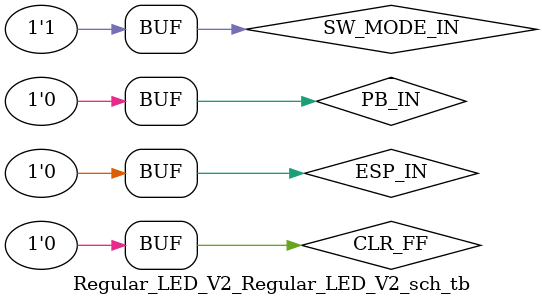
<source format=v>

`timescale 1ns / 1ps

module Regular_LED_V2_Regular_LED_V2_sch_tb();

// Inputs
   reg ESP_IN;
   reg SW_MODE_IN;
   reg PB_IN;
   reg CLR_FF;

// Output
   wire LED_OUT;

// Bidirs

// Instantiate the UUT
   Regular_LED_V2 UUT (
		.ESP_IN(ESP_IN), 
		.SW_MODE_IN(SW_MODE_IN), 
		.PB_IN(PB_IN), 
		.CLR_FF(CLR_FF), 
		.LED_OUT(LED_OUT)
   );
// Initialize Inputs
	initial begin
		CLR_FF = 0;
		ESP_IN = 0;
		SW_MODE_IN = 1;
		PB_IN = 0;
		#5;
		PB_IN = 1;
		#5;
		PB_IN = 0;
		#20;
		PB_IN = 1;
		#5;
		PB_IN = 0;
		#20;
		PB_IN = 1;
		#5;
		PB_IN = 0;
		#20;
		PB_IN = 1;
		#5;
		PB_IN = 0;
		
	end
endmodule

</source>
